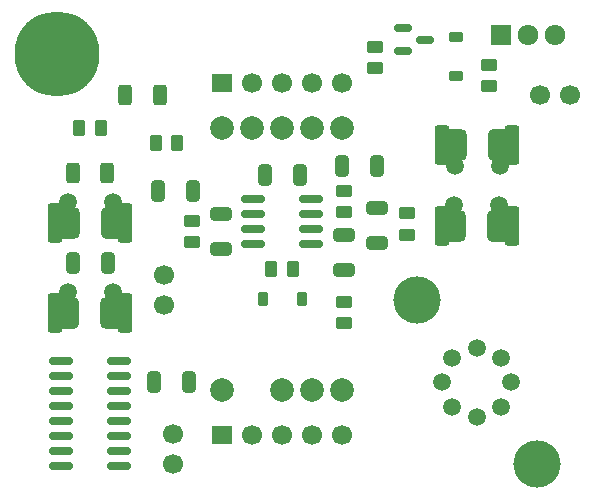
<source format=gts>
%TF.GenerationSoftware,KiCad,Pcbnew,8.0.6*%
%TF.CreationDate,2024-11-19T20:08:16+01:00*%
%TF.ProjectId,3458A Ref A9 Clone,33343538-4120-4526-9566-20413920436c,rev?*%
%TF.SameCoordinates,Original*%
%TF.FileFunction,Soldermask,Top*%
%TF.FilePolarity,Negative*%
%FSLAX46Y46*%
G04 Gerber Fmt 4.6, Leading zero omitted, Abs format (unit mm)*
G04 Created by KiCad (PCBNEW 8.0.6) date 2024-11-19 20:08:16*
%MOMM*%
%LPD*%
G01*
G04 APERTURE LIST*
G04 Aperture macros list*
%AMRoundRect*
0 Rectangle with rounded corners*
0 $1 Rounding radius*
0 $2 $3 $4 $5 $6 $7 $8 $9 X,Y pos of 4 corners*
0 Add a 4 corners polygon primitive as box body*
4,1,4,$2,$3,$4,$5,$6,$7,$8,$9,$2,$3,0*
0 Add four circle primitives for the rounded corners*
1,1,$1+$1,$2,$3*
1,1,$1+$1,$4,$5*
1,1,$1+$1,$6,$7*
1,1,$1+$1,$8,$9*
0 Add four rect primitives between the rounded corners*
20,1,$1+$1,$2,$3,$4,$5,0*
20,1,$1+$1,$4,$5,$6,$7,0*
20,1,$1+$1,$6,$7,$8,$9,0*
20,1,$1+$1,$8,$9,$2,$3,0*%
G04 Aperture macros list end*
%ADD10C,1.500000*%
%ADD11RoundRect,0.250000X-0.362500X-1.425000X0.362500X-1.425000X0.362500X1.425000X-0.362500X1.425000X0*%
%ADD12RoundRect,0.405613X-0.588137X-0.919387X0.588137X-0.919387X0.588137X0.919387X-0.588137X0.919387X0*%
%ADD13RoundRect,0.420919X-0.610331X-0.904081X0.610331X-0.904081X0.610331X0.904081X-0.610331X0.904081X0*%
%ADD14C,7.200000*%
%ADD15RoundRect,0.250000X0.362500X1.425000X-0.362500X1.425000X-0.362500X-1.425000X0.362500X-1.425000X0*%
%ADD16RoundRect,0.405613X0.588137X0.919387X-0.588137X0.919387X-0.588137X-0.919387X0.588137X-0.919387X0*%
%ADD17RoundRect,0.420919X0.610331X0.904081X-0.610331X0.904081X-0.610331X-0.904081X0.610331X-0.904081X0*%
%ADD18RoundRect,0.150000X0.825000X0.150000X-0.825000X0.150000X-0.825000X-0.150000X0.825000X-0.150000X0*%
%ADD19RoundRect,0.225000X-0.375000X0.225000X-0.375000X-0.225000X0.375000X-0.225000X0.375000X0.225000X0*%
%ADD20RoundRect,0.250000X0.262500X0.450000X-0.262500X0.450000X-0.262500X-0.450000X0.262500X-0.450000X0*%
%ADD21RoundRect,0.250000X-0.450000X0.262500X-0.450000X-0.262500X0.450000X-0.262500X0.450000X0.262500X0*%
%ADD22RoundRect,0.250000X-0.650000X0.325000X-0.650000X-0.325000X0.650000X-0.325000X0.650000X0.325000X0*%
%ADD23RoundRect,0.250000X-0.262500X-0.450000X0.262500X-0.450000X0.262500X0.450000X-0.262500X0.450000X0*%
%ADD24RoundRect,0.250000X0.650000X-0.325000X0.650000X0.325000X-0.650000X0.325000X-0.650000X-0.325000X0*%
%ADD25C,2.000000*%
%ADD26R,1.700000X1.524000*%
%ADD27C,1.700000*%
%ADD28RoundRect,0.150000X-0.825000X-0.150000X0.825000X-0.150000X0.825000X0.150000X-0.825000X0.150000X0*%
%ADD29C,4.000000*%
%ADD30RoundRect,0.250000X-0.312500X-0.625000X0.312500X-0.625000X0.312500X0.625000X-0.312500X0.625000X0*%
%ADD31RoundRect,0.250000X-0.325000X-0.650000X0.325000X-0.650000X0.325000X0.650000X-0.325000X0.650000X0*%
%ADD32RoundRect,0.250000X0.325000X0.650000X-0.325000X0.650000X-0.325000X-0.650000X0.325000X-0.650000X0*%
%ADD33RoundRect,0.225000X0.225000X0.375000X-0.225000X0.375000X-0.225000X-0.375000X0.225000X-0.375000X0*%
%ADD34RoundRect,0.250000X0.450000X-0.262500X0.450000X0.262500X-0.450000X0.262500X-0.450000X-0.262500X0*%
%ADD35R,1.710000X1.800000*%
%ADD36O,1.710000X1.800000*%
%ADD37RoundRect,0.150000X-0.587500X-0.150000X0.587500X-0.150000X0.587500X0.150000X-0.587500X0.150000X0*%
%ADD38R,0.500000X0.500000*%
G04 APERTURE END LIST*
D10*
%TO.C,R3*%
X171551600Y-109524800D03*
X167741600Y-109524800D03*
D11*
X166709500Y-111252000D03*
D12*
X167740750Y-111252000D03*
D13*
X171565750Y-111252000D03*
D11*
X172634500Y-111252000D03*
%TD*%
D14*
%TO.C,REF\u002A\u002A*%
X134073840Y-96696051D03*
%TD*%
D11*
%TO.C,R415*%
X139893900Y-110998000D03*
D13*
X138861800Y-110998000D03*
D10*
X138811000Y-109270800D03*
D12*
X135036800Y-110998000D03*
D10*
X135001000Y-109270800D03*
D11*
X133968900Y-110998000D03*
%TD*%
%TO.C,R413*%
X172634500Y-104444800D03*
D13*
X171602400Y-104444800D03*
D10*
X171577000Y-106172000D03*
D12*
X167777400Y-104444800D03*
D10*
X167767000Y-106172000D03*
D11*
X166709500Y-104444800D03*
%TD*%
D10*
%TO.C,R414*%
X135001000Y-116890800D03*
X138811000Y-116890800D03*
D15*
X139868500Y-118618000D03*
D16*
X138800600Y-118618000D03*
D17*
X134975600Y-118618000D03*
D15*
X133943500Y-118618000D03*
%TD*%
D18*
%TO.C,U402*%
X155637000Y-112776000D03*
X155637000Y-111506000D03*
X155637000Y-110236000D03*
X155637000Y-108966000D03*
X150687000Y-108966000D03*
X150687000Y-110236000D03*
X150687000Y-111506000D03*
X150687000Y-112776000D03*
%TD*%
D19*
%TO.C,D401*%
X167894000Y-95251000D03*
X167894000Y-98551000D03*
%TD*%
D20*
%TO.C,R416*%
X154074500Y-114935000D03*
X152249500Y-114935000D03*
%TD*%
D21*
%TO.C,R1*%
X145542000Y-110847500D03*
X145542000Y-112672500D03*
%TD*%
D22*
%TO.C,C412*%
X161163000Y-109776999D03*
X161163000Y-112727001D03*
%TD*%
D23*
%TO.C,R5*%
X135993500Y-102997000D03*
X137818500Y-102997000D03*
%TD*%
D24*
%TO.C,C1*%
X158369000Y-115013001D03*
X158369000Y-112062999D03*
%TD*%
D10*
%TO.C,U401*%
X172543018Y-124519986D03*
X171687770Y-122455234D03*
X169623018Y-121599986D03*
X167558266Y-122455234D03*
X166703018Y-124519986D03*
X167558266Y-126584738D03*
X169623018Y-127439986D03*
X171687770Y-126584738D03*
%TD*%
D25*
%TO.C,J400*%
X148080000Y-125130000D03*
X153160000Y-125130000D03*
X155700000Y-125130000D03*
X158240000Y-125130000D03*
D26*
X148080000Y-128940000D03*
D27*
X150620000Y-128940000D03*
X153160000Y-128940000D03*
X155700000Y-128940000D03*
X158240000Y-128940000D03*
%TD*%
D20*
%TO.C,R6*%
X144295500Y-104267000D03*
X142470500Y-104267000D03*
%TD*%
D28*
%TO.C,RN1*%
X134431000Y-122682000D03*
X134431000Y-123952000D03*
X134431000Y-125222000D03*
X134431000Y-126492000D03*
X134431000Y-127762000D03*
X134431000Y-129032000D03*
X134431000Y-130302000D03*
X134431000Y-131572000D03*
X139381000Y-131572000D03*
X139381000Y-130302000D03*
X139381000Y-129032000D03*
X139381000Y-127762000D03*
X139381000Y-126492000D03*
X139381000Y-125222000D03*
X139381000Y-123952000D03*
X139381000Y-122682000D03*
%TD*%
D29*
%TO.C,REF\u002A\u002A*%
X174713949Y-131466051D03*
%TD*%
%TO.C,REF\u002A\u002A*%
X164563949Y-117576051D03*
%TD*%
D30*
%TO.C,R2*%
X138368500Y-106807000D03*
X135443500Y-106807000D03*
%TD*%
D21*
%TO.C,R417*%
X158369000Y-117705500D03*
X158369000Y-119530500D03*
%TD*%
D27*
%TO.C,TP2*%
X143891000Y-131445000D03*
%TD*%
D30*
%TO.C,R419*%
X139888500Y-100203000D03*
X142813500Y-100203000D03*
%TD*%
D22*
%TO.C,C3*%
X147955000Y-110284999D03*
X147955000Y-113235001D03*
%TD*%
D31*
%TO.C,C413*%
X151686999Y-106934000D03*
X154637001Y-106934000D03*
%TD*%
D32*
%TO.C,C414*%
X161163000Y-106172000D03*
X158212998Y-106172000D03*
%TD*%
D27*
%TO.C,TP6*%
X174955200Y-100177600D03*
%TD*%
D33*
%TO.C,D400*%
X154812000Y-117475000D03*
X151512000Y-117475000D03*
%TD*%
D34*
%TO.C,R421*%
X161036000Y-97940500D03*
X161036000Y-96115500D03*
%TD*%
D27*
%TO.C,TP3*%
X143129000Y-115443000D03*
%TD*%
%TO.C,TP4*%
X143129000Y-117983000D03*
%TD*%
D35*
%TO.C,Q401*%
X171715000Y-95122000D03*
D36*
X173994999Y-95122000D03*
X176275000Y-95122000D03*
%TD*%
D27*
%TO.C,TP5*%
X177495200Y-100177600D03*
%TD*%
D34*
%TO.C,R420*%
X163703000Y-112037500D03*
X163703000Y-110212500D03*
%TD*%
%TO.C,R4*%
X158369000Y-110132500D03*
X158369000Y-108307500D03*
%TD*%
D32*
%TO.C,C411*%
X145620001Y-108331000D03*
X142669999Y-108331000D03*
%TD*%
D27*
%TO.C,TP1*%
X143891000Y-128905000D03*
%TD*%
D21*
%TO.C,R418*%
X170688000Y-97616000D03*
X170688000Y-99441000D03*
%TD*%
D37*
%TO.C,Q1*%
X163400500Y-94554000D03*
X163400500Y-96454000D03*
X165275501Y-95504000D03*
%TD*%
D31*
%TO.C,C4*%
X145239001Y-124460000D03*
X142288999Y-124460000D03*
%TD*%
D38*
%TO.C,JP1*%
X168340799Y-111252000D03*
X170880799Y-111252000D03*
%TD*%
D32*
%TO.C,C5*%
X138381001Y-114427000D03*
X135430999Y-114427000D03*
%TD*%
D25*
%TO.C,J401*%
X158250000Y-103020000D03*
X155710000Y-103020000D03*
X153170000Y-103020000D03*
X150630000Y-103020000D03*
X148090000Y-103020000D03*
D26*
X148090000Y-99210000D03*
D27*
X150630000Y-99210000D03*
X153170000Y-99210000D03*
X155710000Y-99210000D03*
X158250000Y-99210000D03*
%TD*%
M02*

</source>
